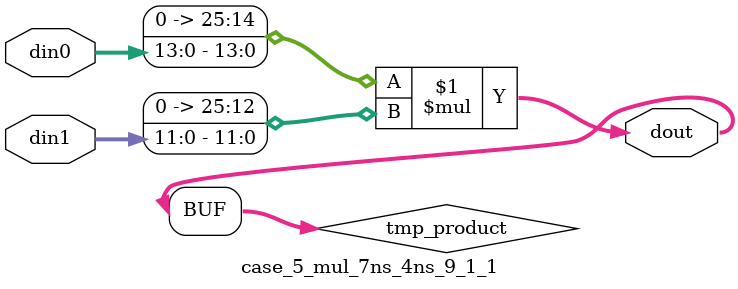
<source format=v>

`timescale 1 ns / 1 ps

 (* use_dsp = "no" *)  module case_5_mul_7ns_4ns_9_1_1(din0, din1, dout);
parameter ID = 1;
parameter NUM_STAGE = 0;
parameter din0_WIDTH = 14;
parameter din1_WIDTH = 12;
parameter dout_WIDTH = 26;

input [din0_WIDTH - 1 : 0] din0; 
input [din1_WIDTH - 1 : 0] din1; 
output [dout_WIDTH - 1 : 0] dout;

wire signed [dout_WIDTH - 1 : 0] tmp_product;
























assign tmp_product = $signed({1'b0, din0}) * $signed({1'b0, din1});











assign dout = tmp_product;





















endmodule

</source>
